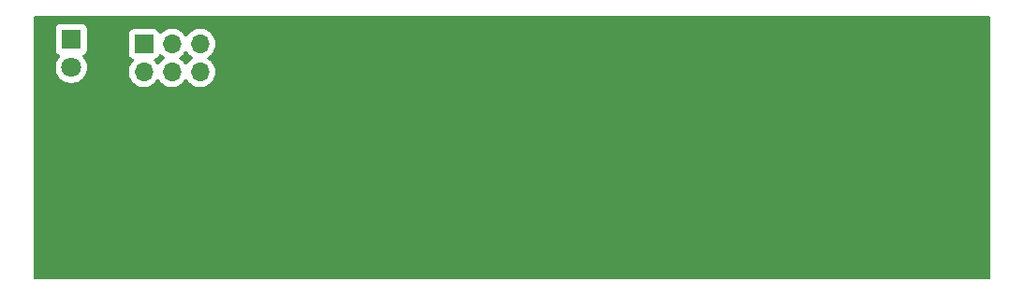
<source format=gbr>
G04 #@! TF.GenerationSoftware,KiCad,Pcbnew,(6.99.0-2452-gdb4f2d9dd8)*
G04 #@! TF.CreationDate,2022-08-01T22:50:40-05:00*
G04 #@! TF.ProjectId,PTP,5054502e-6b69-4636-9164-5f7063625858,rev?*
G04 #@! TF.SameCoordinates,Original*
G04 #@! TF.FileFunction,Copper,L1,Top*
G04 #@! TF.FilePolarity,Positive*
%FSLAX46Y46*%
G04 Gerber Fmt 4.6, Leading zero omitted, Abs format (unit mm)*
G04 Created by KiCad (PCBNEW (6.99.0-2452-gdb4f2d9dd8)) date 2022-08-01 22:50:40*
%MOMM*%
%LPD*%
G01*
G04 APERTURE LIST*
G04 #@! TA.AperFunction,ComponentPad*
%ADD10R,1.800000X1.800000*%
G04 #@! TD*
G04 #@! TA.AperFunction,ComponentPad*
%ADD11C,1.800000*%
G04 #@! TD*
G04 #@! TA.AperFunction,ComponentPad*
%ADD12R,1.700000X1.700000*%
G04 #@! TD*
G04 #@! TA.AperFunction,ComponentPad*
%ADD13O,1.700000X1.700000*%
G04 #@! TD*
G04 APERTURE END LIST*
D10*
X97099999Y-80929999D03*
D11*
X97100000Y-83470000D03*
D12*
X103659999Y-81329999D03*
D13*
X103659999Y-83869999D03*
X106199999Y-81329999D03*
X106199999Y-83869999D03*
X108739999Y-81329999D03*
X108739999Y-83869999D03*
G04 #@! TA.AperFunction,NonConductor*
G36*
X105183439Y-82241388D02*
G01*
X105215755Y-82266638D01*
X105231775Y-82284040D01*
X105276760Y-82332906D01*
X105280879Y-82336112D01*
X105331103Y-82375203D01*
X105454424Y-82471189D01*
X105478951Y-82484462D01*
X105487680Y-82489186D01*
X105538071Y-82539199D01*
X105553423Y-82608516D01*
X105528863Y-82675129D01*
X105487681Y-82710813D01*
X105454424Y-82728811D01*
X105450313Y-82732010D01*
X105450311Y-82732012D01*
X105295861Y-82852227D01*
X105276760Y-82867094D01*
X105273228Y-82870931D01*
X105127806Y-83028899D01*
X105127803Y-83028903D01*
X105124278Y-83032732D01*
X105121427Y-83037096D01*
X105035483Y-83168643D01*
X104981479Y-83214732D01*
X104911132Y-83224307D01*
X104846774Y-83194330D01*
X104824517Y-83168643D01*
X104738573Y-83037096D01*
X104735722Y-83032732D01*
X104732197Y-83028903D01*
X104732194Y-83028899D01*
X104592525Y-82877180D01*
X104561104Y-82813515D01*
X104569091Y-82742969D01*
X104613949Y-82687940D01*
X104641191Y-82673787D01*
X104756204Y-82630889D01*
X104768536Y-82621658D01*
X104866050Y-82548659D01*
X104873261Y-82543261D01*
X104913741Y-82489186D01*
X104955489Y-82433418D01*
X104955490Y-82433416D01*
X104960889Y-82426204D01*
X105004998Y-82307944D01*
X105047545Y-82251108D01*
X105114065Y-82226297D01*
X105183439Y-82241388D01*
G37*
G04 #@! TD.AperFunction*
G04 #@! TA.AperFunction,NonConductor*
G36*
X107553226Y-82005670D02*
G01*
X107575483Y-82031357D01*
X107664278Y-82167268D01*
X107667803Y-82171097D01*
X107667806Y-82171101D01*
X107732511Y-82241388D01*
X107816760Y-82332906D01*
X107820879Y-82336112D01*
X107871103Y-82375203D01*
X107994424Y-82471189D01*
X108018951Y-82484462D01*
X108027680Y-82489186D01*
X108078071Y-82539199D01*
X108093423Y-82608516D01*
X108068863Y-82675129D01*
X108027681Y-82710813D01*
X107994424Y-82728811D01*
X107990313Y-82732010D01*
X107990311Y-82732012D01*
X107835861Y-82852227D01*
X107816760Y-82867094D01*
X107813228Y-82870931D01*
X107667806Y-83028899D01*
X107667803Y-83028903D01*
X107664278Y-83032732D01*
X107661427Y-83037096D01*
X107575483Y-83168643D01*
X107521479Y-83214732D01*
X107451132Y-83224307D01*
X107386774Y-83194330D01*
X107364517Y-83168643D01*
X107278573Y-83037096D01*
X107275722Y-83032732D01*
X107272197Y-83028903D01*
X107272194Y-83028899D01*
X107126772Y-82870931D01*
X107123240Y-82867094D01*
X107104139Y-82852227D01*
X106949689Y-82732012D01*
X106949687Y-82732010D01*
X106945576Y-82728811D01*
X106912320Y-82710814D01*
X106861929Y-82660801D01*
X106846577Y-82591484D01*
X106871137Y-82524871D01*
X106912320Y-82489186D01*
X106921050Y-82484462D01*
X106945576Y-82471189D01*
X107068898Y-82375203D01*
X107119121Y-82336112D01*
X107123240Y-82332906D01*
X107207489Y-82241388D01*
X107272194Y-82171101D01*
X107272197Y-82171097D01*
X107275722Y-82167268D01*
X107364517Y-82031357D01*
X107418521Y-81985268D01*
X107488868Y-81975693D01*
X107553226Y-82005670D01*
G37*
G04 #@! TD.AperFunction*
G04 #@! TA.AperFunction,NonConductor*
G36*
X180141621Y-78820502D02*
G01*
X180188114Y-78874158D01*
X180199500Y-78926500D01*
X180199500Y-102573500D01*
X180179498Y-102641621D01*
X180125842Y-102688114D01*
X180073500Y-102699500D01*
X93826500Y-102699500D01*
X93758379Y-102679498D01*
X93711886Y-102625842D01*
X93700500Y-102573500D01*
X93700500Y-83470000D01*
X95686673Y-83470000D01*
X95705949Y-83702626D01*
X95707230Y-83707684D01*
X95707230Y-83707685D01*
X95749648Y-83875189D01*
X95763251Y-83928907D01*
X95857016Y-84142669D01*
X95984686Y-84338083D01*
X95988211Y-84341912D01*
X95988214Y-84341916D01*
X96094975Y-84457889D01*
X96142780Y-84509818D01*
X96146892Y-84513019D01*
X96146898Y-84513024D01*
X96322870Y-84649989D01*
X96326983Y-84653190D01*
X96331564Y-84655669D01*
X96433994Y-84711101D01*
X96532273Y-84764287D01*
X96753049Y-84840080D01*
X96758183Y-84840937D01*
X96758188Y-84840938D01*
X96978151Y-84877643D01*
X96978154Y-84877643D01*
X96983288Y-84878500D01*
X97216712Y-84878500D01*
X97221846Y-84877643D01*
X97221849Y-84877643D01*
X97441812Y-84840938D01*
X97441817Y-84840937D01*
X97446951Y-84840080D01*
X97667727Y-84764287D01*
X97766007Y-84711101D01*
X97868436Y-84655669D01*
X97873017Y-84653190D01*
X97877130Y-84649989D01*
X98053102Y-84513024D01*
X98053108Y-84513019D01*
X98057220Y-84509818D01*
X98105025Y-84457889D01*
X98211786Y-84341916D01*
X98211789Y-84341912D01*
X98215314Y-84338083D01*
X98342984Y-84142669D01*
X98436749Y-83928907D01*
X98450353Y-83875189D01*
X98451667Y-83870000D01*
X102296844Y-83870000D01*
X102297274Y-83875189D01*
X102301307Y-83923854D01*
X102315436Y-84094368D01*
X102370704Y-84312616D01*
X102461140Y-84518791D01*
X102463990Y-84523153D01*
X102463992Y-84523157D01*
X102478701Y-84545670D01*
X102584278Y-84707268D01*
X102587803Y-84711097D01*
X102587806Y-84711101D01*
X102689360Y-84821417D01*
X102736760Y-84872906D01*
X102914424Y-85011189D01*
X103112426Y-85118342D01*
X103325365Y-85191444D01*
X103330499Y-85192301D01*
X103330504Y-85192302D01*
X103542294Y-85227643D01*
X103542296Y-85227643D01*
X103547431Y-85228500D01*
X103772569Y-85228500D01*
X103777704Y-85227643D01*
X103777706Y-85227643D01*
X103989496Y-85192302D01*
X103989501Y-85192301D01*
X103994635Y-85191444D01*
X104207574Y-85118342D01*
X104405576Y-85011189D01*
X104583240Y-84872906D01*
X104630640Y-84821417D01*
X104732194Y-84711101D01*
X104732197Y-84711097D01*
X104735722Y-84707268D01*
X104824517Y-84571357D01*
X104878521Y-84525268D01*
X104948868Y-84515693D01*
X105013226Y-84545670D01*
X105035483Y-84571357D01*
X105124278Y-84707268D01*
X105127803Y-84711097D01*
X105127806Y-84711101D01*
X105229360Y-84821417D01*
X105276760Y-84872906D01*
X105454424Y-85011189D01*
X105652426Y-85118342D01*
X105865365Y-85191444D01*
X105870499Y-85192301D01*
X105870504Y-85192302D01*
X106082294Y-85227643D01*
X106082296Y-85227643D01*
X106087431Y-85228500D01*
X106312569Y-85228500D01*
X106317704Y-85227643D01*
X106317706Y-85227643D01*
X106529496Y-85192302D01*
X106529501Y-85192301D01*
X106534635Y-85191444D01*
X106747574Y-85118342D01*
X106945576Y-85011189D01*
X107123240Y-84872906D01*
X107170640Y-84821417D01*
X107272194Y-84711101D01*
X107272197Y-84711097D01*
X107275722Y-84707268D01*
X107364517Y-84571357D01*
X107418521Y-84525268D01*
X107488868Y-84515693D01*
X107553226Y-84545670D01*
X107575483Y-84571357D01*
X107664278Y-84707268D01*
X107667803Y-84711097D01*
X107667806Y-84711101D01*
X107769360Y-84821417D01*
X107816760Y-84872906D01*
X107994424Y-85011189D01*
X108192426Y-85118342D01*
X108405365Y-85191444D01*
X108410499Y-85192301D01*
X108410504Y-85192302D01*
X108622294Y-85227643D01*
X108622296Y-85227643D01*
X108627431Y-85228500D01*
X108852569Y-85228500D01*
X108857704Y-85227643D01*
X108857706Y-85227643D01*
X109069496Y-85192302D01*
X109069501Y-85192301D01*
X109074635Y-85191444D01*
X109287574Y-85118342D01*
X109485576Y-85011189D01*
X109663240Y-84872906D01*
X109710640Y-84821417D01*
X109812194Y-84711101D01*
X109812197Y-84711097D01*
X109815722Y-84707268D01*
X109921299Y-84545670D01*
X109936008Y-84523157D01*
X109936010Y-84523153D01*
X109938860Y-84518791D01*
X110029296Y-84312616D01*
X110084564Y-84094368D01*
X110098694Y-83923854D01*
X110102726Y-83875189D01*
X110103156Y-83870000D01*
X110089287Y-83702626D01*
X110084995Y-83650828D01*
X110084994Y-83650823D01*
X110084564Y-83645632D01*
X110029296Y-83427384D01*
X109938860Y-83221209D01*
X109934629Y-83214732D01*
X109818573Y-83037096D01*
X109815722Y-83032732D01*
X109812197Y-83028903D01*
X109812194Y-83028899D01*
X109666772Y-82870931D01*
X109663240Y-82867094D01*
X109644139Y-82852227D01*
X109489689Y-82732012D01*
X109489687Y-82732010D01*
X109485576Y-82728811D01*
X109452320Y-82710814D01*
X109401929Y-82660801D01*
X109386577Y-82591484D01*
X109411137Y-82524871D01*
X109452320Y-82489186D01*
X109461050Y-82484462D01*
X109485576Y-82471189D01*
X109608898Y-82375203D01*
X109659121Y-82336112D01*
X109663240Y-82332906D01*
X109747489Y-82241388D01*
X109812194Y-82171101D01*
X109812197Y-82171097D01*
X109815722Y-82167268D01*
X109921299Y-82005670D01*
X109936008Y-81983157D01*
X109936010Y-81983153D01*
X109938860Y-81978791D01*
X109981322Y-81881988D01*
X110027200Y-81777394D01*
X110029296Y-81772616D01*
X110084564Y-81554368D01*
X110103156Y-81330000D01*
X110084564Y-81105632D01*
X110029296Y-80887384D01*
X109938860Y-80681209D01*
X109934629Y-80674732D01*
X109818573Y-80497096D01*
X109815722Y-80492732D01*
X109812197Y-80488903D01*
X109812194Y-80488899D01*
X109666772Y-80330931D01*
X109663240Y-80327094D01*
X109485576Y-80188811D01*
X109287574Y-80081658D01*
X109074635Y-80008556D01*
X109069501Y-80007699D01*
X109069496Y-80007698D01*
X108857706Y-79972357D01*
X108857704Y-79972357D01*
X108852569Y-79971500D01*
X108627431Y-79971500D01*
X108622296Y-79972357D01*
X108622294Y-79972357D01*
X108410504Y-80007698D01*
X108410499Y-80007699D01*
X108405365Y-80008556D01*
X108192426Y-80081658D01*
X107994424Y-80188811D01*
X107816760Y-80327094D01*
X107813228Y-80330931D01*
X107667806Y-80488899D01*
X107667803Y-80488903D01*
X107664278Y-80492732D01*
X107661427Y-80497096D01*
X107575483Y-80628643D01*
X107521479Y-80674732D01*
X107451132Y-80684307D01*
X107386774Y-80654330D01*
X107364517Y-80628643D01*
X107278573Y-80497096D01*
X107275722Y-80492732D01*
X107272197Y-80488903D01*
X107272194Y-80488899D01*
X107126772Y-80330931D01*
X107123240Y-80327094D01*
X106945576Y-80188811D01*
X106747574Y-80081658D01*
X106534635Y-80008556D01*
X106529501Y-80007699D01*
X106529496Y-80007698D01*
X106317706Y-79972357D01*
X106317704Y-79972357D01*
X106312569Y-79971500D01*
X106087431Y-79971500D01*
X106082296Y-79972357D01*
X106082294Y-79972357D01*
X105870504Y-80007698D01*
X105870499Y-80007699D01*
X105865365Y-80008556D01*
X105652426Y-80081658D01*
X105454424Y-80188811D01*
X105276760Y-80327094D01*
X105273228Y-80330931D01*
X105215755Y-80393362D01*
X105154901Y-80429933D01*
X105083937Y-80427798D01*
X105025392Y-80387636D01*
X105004998Y-80352056D01*
X104964038Y-80242239D01*
X104964037Y-80242237D01*
X104960889Y-80233796D01*
X104873261Y-80116739D01*
X104756204Y-80029111D01*
X104619201Y-79978011D01*
X104582295Y-79974043D01*
X104561988Y-79971860D01*
X104561985Y-79971860D01*
X104558638Y-79971500D01*
X102761362Y-79971500D01*
X102758015Y-79971860D01*
X102758012Y-79971860D01*
X102737705Y-79974043D01*
X102700799Y-79978011D01*
X102563796Y-80029111D01*
X102446739Y-80116739D01*
X102359111Y-80233796D01*
X102308011Y-80370799D01*
X102301500Y-80431362D01*
X102301500Y-82228638D01*
X102308011Y-82289201D01*
X102359111Y-82426204D01*
X102364510Y-82433416D01*
X102364511Y-82433418D01*
X102406259Y-82489186D01*
X102446739Y-82543261D01*
X102453950Y-82548659D01*
X102551465Y-82621658D01*
X102563796Y-82630889D01*
X102678808Y-82673787D01*
X102735642Y-82716333D01*
X102760453Y-82782853D01*
X102745361Y-82852227D01*
X102727475Y-82877180D01*
X102587806Y-83028899D01*
X102587803Y-83028903D01*
X102584278Y-83032732D01*
X102581427Y-83037096D01*
X102465372Y-83214732D01*
X102461140Y-83221209D01*
X102370704Y-83427384D01*
X102315436Y-83645632D01*
X102315006Y-83650823D01*
X102315005Y-83650828D01*
X102310713Y-83702626D01*
X102296844Y-83870000D01*
X98451667Y-83870000D01*
X98492770Y-83707685D01*
X98492770Y-83707684D01*
X98494051Y-83702626D01*
X98513327Y-83470000D01*
X98494051Y-83237374D01*
X98490742Y-83224307D01*
X98438029Y-83016146D01*
X98438027Y-83016141D01*
X98436749Y-83011093D01*
X98342984Y-82797331D01*
X98271516Y-82687940D01*
X98218165Y-82606281D01*
X98215314Y-82601917D01*
X98211789Y-82598088D01*
X98211786Y-82598084D01*
X98154679Y-82536050D01*
X98130157Y-82509413D01*
X98098737Y-82445749D01*
X98106724Y-82375203D01*
X98151582Y-82320174D01*
X98178826Y-82306021D01*
X98237758Y-82284040D01*
X98237762Y-82284038D01*
X98246204Y-82280889D01*
X98320504Y-82225269D01*
X98356050Y-82198659D01*
X98363261Y-82193261D01*
X98450889Y-82076204D01*
X98501989Y-81939201D01*
X98508500Y-81878638D01*
X98508500Y-79981362D01*
X98507479Y-79971860D01*
X98502831Y-79928633D01*
X98501989Y-79920799D01*
X98450889Y-79783796D01*
X98363261Y-79666739D01*
X98246204Y-79579111D01*
X98109201Y-79528011D01*
X98072295Y-79524043D01*
X98051988Y-79521860D01*
X98051985Y-79521860D01*
X98048638Y-79521500D01*
X96151362Y-79521500D01*
X96148015Y-79521860D01*
X96148012Y-79521860D01*
X96127705Y-79524043D01*
X96090799Y-79528011D01*
X95953796Y-79579111D01*
X95836739Y-79666739D01*
X95749111Y-79783796D01*
X95698011Y-79920799D01*
X95697169Y-79928633D01*
X95692522Y-79971860D01*
X95691500Y-79981362D01*
X95691500Y-81878638D01*
X95698011Y-81939201D01*
X95749111Y-82076204D01*
X95836739Y-82193261D01*
X95843950Y-82198659D01*
X95879497Y-82225269D01*
X95953796Y-82280889D01*
X95962238Y-82284038D01*
X95962242Y-82284040D01*
X96021174Y-82306021D01*
X96078009Y-82348567D01*
X96102820Y-82415088D01*
X96087728Y-82484462D01*
X96069844Y-82509411D01*
X96045321Y-82536050D01*
X95988214Y-82598084D01*
X95988211Y-82598088D01*
X95984686Y-82601917D01*
X95981835Y-82606281D01*
X95928485Y-82687940D01*
X95857016Y-82797331D01*
X95763251Y-83011093D01*
X95761973Y-83016141D01*
X95761971Y-83016146D01*
X95709258Y-83224307D01*
X95705949Y-83237374D01*
X95686673Y-83470000D01*
X93700500Y-83470000D01*
X93700500Y-78926500D01*
X93720502Y-78858379D01*
X93774158Y-78811886D01*
X93826500Y-78800500D01*
X180073500Y-78800500D01*
X180141621Y-78820502D01*
G37*
G04 #@! TD.AperFunction*
M02*

</source>
